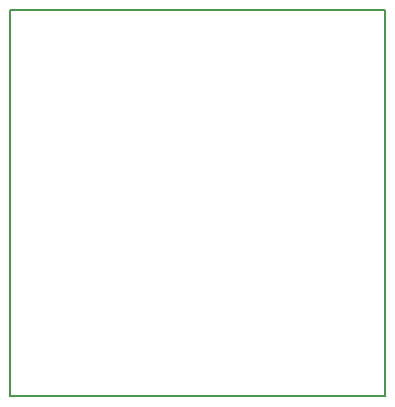
<source format=gbr>
G04 #@! TF.GenerationSoftware,KiCad,Pcbnew,5.0.2-bee76a0~70~ubuntu16.04.1*
G04 #@! TF.CreationDate,2019-03-15T16:40:36-06:00*
G04 #@! TF.ProjectId,AX25_TNC_modemmodule,41583235-5f54-44e4-935f-6d6f64656d6d,rev?*
G04 #@! TF.SameCoordinates,Original*
G04 #@! TF.FileFunction,Profile,NP*
%FSLAX46Y46*%
G04 Gerber Fmt 4.6, Leading zero omitted, Abs format (unit mm)*
G04 Created by KiCad (PCBNEW 5.0.2-bee76a0~70~ubuntu16.04.1) date Fri 15 Mar 2019 04:40:36 PM MDT*
%MOMM*%
%LPD*%
G01*
G04 APERTURE LIST*
%ADD10C,0.150000*%
G04 APERTURE END LIST*
D10*
X167195500Y-93916500D02*
X167195500Y-126619000D01*
X135445500Y-93916500D02*
X167195500Y-93916500D01*
X135445500Y-126619000D02*
X135445500Y-93916500D01*
X167195500Y-126619000D02*
X135445500Y-126619000D01*
M02*

</source>
